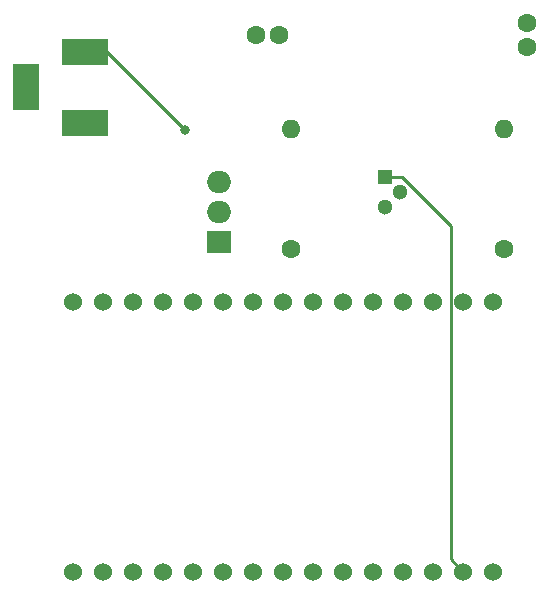
<source format=gbl>
G04 #@! TF.GenerationSoftware,KiCad,Pcbnew,(6.0.7)*
G04 #@! TF.CreationDate,2024-02-18T11:09:31-05:00*
G04 #@! TF.ProjectId,temp_fan_controller,74656d70-5f66-4616-9e5f-636f6e74726f,rev?*
G04 #@! TF.SameCoordinates,Original*
G04 #@! TF.FileFunction,Copper,L2,Bot*
G04 #@! TF.FilePolarity,Positive*
%FSLAX46Y46*%
G04 Gerber Fmt 4.6, Leading zero omitted, Abs format (unit mm)*
G04 Created by KiCad (PCBNEW (6.0.7)) date 2024-02-18 11:09:31*
%MOMM*%
%LPD*%
G01*
G04 APERTURE LIST*
G04 #@! TA.AperFunction,ComponentPad*
%ADD10R,1.300000X1.300000*%
G04 #@! TD*
G04 #@! TA.AperFunction,ComponentPad*
%ADD11C,1.300000*%
G04 #@! TD*
G04 #@! TA.AperFunction,ComponentPad*
%ADD12C,1.524000*%
G04 #@! TD*
G04 #@! TA.AperFunction,ComponentPad*
%ADD13C,1.600000*%
G04 #@! TD*
G04 #@! TA.AperFunction,ComponentPad*
%ADD14O,1.600000X1.600000*%
G04 #@! TD*
G04 #@! TA.AperFunction,ComponentPad*
%ADD15R,2.000000X1.905000*%
G04 #@! TD*
G04 #@! TA.AperFunction,ComponentPad*
%ADD16O,2.000000X1.905000*%
G04 #@! TD*
G04 #@! TA.AperFunction,ComponentPad*
%ADD17R,4.000000X2.200000*%
G04 #@! TD*
G04 #@! TA.AperFunction,ComponentPad*
%ADD18R,2.200000X4.000000*%
G04 #@! TD*
G04 #@! TA.AperFunction,ViaPad*
%ADD19C,0.800000*%
G04 #@! TD*
G04 #@! TA.AperFunction,Conductor*
%ADD20C,0.250000*%
G04 #@! TD*
G04 APERTURE END LIST*
D10*
X124000000Y-79000000D03*
D11*
X125270000Y-80270000D03*
X124000000Y-81540000D03*
D12*
X97585000Y-112430000D03*
X100125000Y-112430000D03*
X102665000Y-112430000D03*
X105205000Y-112430000D03*
X107745000Y-112430000D03*
X110285000Y-112430000D03*
X112825000Y-112430000D03*
X115365000Y-112430000D03*
X117905000Y-112430000D03*
X120445000Y-112430000D03*
X122985000Y-112430000D03*
X125525000Y-112430000D03*
X128065000Y-112430000D03*
X130605000Y-112430000D03*
X133145000Y-112430000D03*
X133145000Y-89570000D03*
X130605000Y-89570000D03*
X128065000Y-89570000D03*
X125525000Y-89570000D03*
X122985000Y-89570000D03*
X120445000Y-89570000D03*
X117905000Y-89570000D03*
X115365000Y-89570000D03*
X112825000Y-89570000D03*
X110285000Y-89570000D03*
X107745000Y-89570000D03*
X105205000Y-89570000D03*
X102665000Y-89570000D03*
X100125000Y-89570000D03*
X97585000Y-89570000D03*
D13*
X116000000Y-85080000D03*
D14*
X116000000Y-74920000D03*
D13*
X134000000Y-85080000D03*
D14*
X134000000Y-74920000D03*
D15*
X109945000Y-84540000D03*
D16*
X109945000Y-82000000D03*
X109945000Y-79460000D03*
D13*
X136000000Y-68000000D03*
X136000000Y-66000000D03*
X113000000Y-67000000D03*
X115000000Y-67000000D03*
D17*
X98575000Y-74400000D03*
X98575000Y-68400000D03*
D18*
X93575000Y-71400000D03*
D19*
X98575000Y-68400000D03*
X107000000Y-75000000D03*
D20*
X125378859Y-79000000D02*
X124000000Y-79000000D01*
X129518000Y-83139141D02*
X125378859Y-79000000D01*
X129518000Y-111343000D02*
X129518000Y-83139141D01*
X130605000Y-112430000D02*
X129518000Y-111343000D01*
X107000000Y-75000000D02*
X100400000Y-68400000D01*
X100400000Y-68400000D02*
X98575000Y-68400000D01*
M02*

</source>
